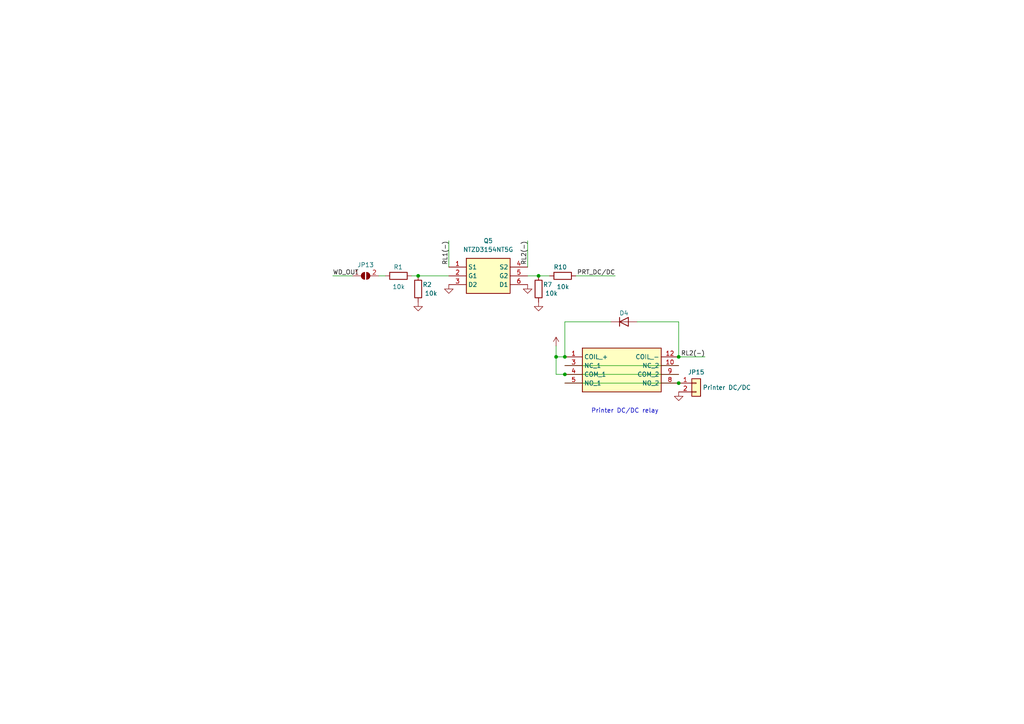
<source format=kicad_sch>
(kicad_sch (version 20231120) (generator "eeschema") (generator_version "8.0")
  (paper "A4")
  (lib_symbols
    (symbol "Connector_Generic:Conn_01x02" (pin_names (offset 1.016) hide)
      (property "Reference" "J" (at 0 2.54 0))
      (property "Value" "Conn_01x02" (at 0 -5.08 0))
      (symbol "Conn_01x02_1_1"
        (rectangle (start -1.27 -2.413) (end 0 -2.667) (stroke (width 0.1524)))
        (rectangle (start -1.27 0.127) (end 0 -0.127) (stroke (width 0.1524)))
        (rectangle (start -1.27 1.27) (end 1.27 -3.81) (stroke (width 0.254)) (fill (type background)))
        (pin passive line (at -5.08 0 0) (length 3.81) (name "Pin_1") (number "1"))
        (pin passive line (at -5.08 -2.54 0) (length 3.81) (name "Pin_2") (number "2"))
      )
    )
    (symbol "Device:D" (pin_numbers hide) (pin_names (offset 1.016) hide)
      (property "Reference" "D" (at 0 2.54 0))
      (property "Value" "D" (at 0 -2.54 0))
      (symbol "D_0_1"
        (polyline (pts (xy -1.27 1.27) (xy -1.27 -1.27)) (stroke (width 0.254)))
        (polyline (pts (xy 1.27 0) (xy -1.27 0)))
        (polyline (pts (xy 1.27 1.27) (xy 1.27 -1.27) (xy -1.27 0) (xy 1.27 1.27)) (stroke (width 0.254)))
      )
      (symbol "D_1_1"
        (pin passive line (at -3.81 0 0) (length 2.54) (name "K") (number "1"))
        (pin passive line (at 3.81 0 180) (length 2.54) (name "A") (number "2"))
      )
    )
    (symbol "Device:R" (pin_numbers hide) (pin_names (offset 0))
      (property "Reference" "R" (at 2.032 0 90))
      (property "Value" "R" (at 0 0 90))
      (symbol "R_0_1"
        (rectangle (start -1.016 -2.54) (end 1.016 2.54) (stroke (width 0.254)))
      )
      (symbol "R_1_1"
        (pin passive line (at 0 3.81 270) (length 1.27) (name "~") (number "1"))
        (pin passive line (at 0 -3.81 90) (length 1.27) (name "~") (number "2"))
      )
    )
    (symbol "Jumper:SolderJumper_2_Open" (pin_names (offset 0) hide)
      (property "Reference" "JP" (at 0 2.032 0))
      (property "Value" "SolderJumper_2_Open" (at 0 -2.54 0))
      (symbol "SolderJumper_2_Open_0_1"
        (arc (start -0.254 1.016) (mid -1.2655 0) (end -0.254 -1.016))
        (arc (start -0.254 1.016) (mid -1.2655 0) (end -0.254 -1.016) (fill (type outline)))
        (polyline (pts (xy -0.254 1.016) (xy -0.254 -1.016)))
        (polyline (pts (xy 0.254 1.016) (xy 0.254 -1.016)))
        (arc (start 0.254 -1.016) (mid 1.2655 0) (end 0.254 1.016))
        (arc (start 0.254 -1.016) (mid 1.2655 0) (end 0.254 1.016) (fill (type outline)))
      )
      (symbol "SolderJumper_2_Open_1_1"
        (pin passive line (at -3.81 0 0) (length 2.54) (name "A") (number "1"))
        (pin passive line (at 3.81 0 180) (length 2.54) (name "B") (number "2"))
      )
    )
    (symbol "NTZD3154:NTZD3154NT5G"
      (property "Value" "NTZD3154NT5G" (at 0 0 0))
      (property "Reference_1" "Q" (at 19.05 7.62 0))
      (property "Value_1" "NTZD3154NT5G" (at 19.05 5.08 0))
      (symbol "NTZD3154NT5G_1_1"
        (rectangle (start 5.08 2.54) (end 17.78 -7.62) (stroke (width 0.254)) (fill (type background)))
        (pin passive line (at 0 0 0) (length 5.08) (name "S1") (number "1"))
        (pin passive line (at 0 -2.54 0) (length 5.08) (name "G1") (number "2"))
        (pin passive line (at 0 -5.08 0) (length 5.08) (name "D2") (number "3"))
        (pin passive line (at 22.86 0 180) (length 5.08) (name "S2") (number "4"))
        (pin passive line (at 22.86 -2.54 180) (length 5.08) (name "G2") (number "5"))
        (pin passive line (at 22.86 -5.08 180) (length 5.08) (name "D1") (number "6"))
      )
    )
    (symbol "TX2SA-12V:TX2SA-12V"
      (property "Value" "TX2SA-12V" (at 0 0 0))
      (property "Reference_1" "K" (at 29.21 7.62 0))
      (property "Value_1" "TX2SA-12V" (at 29.21 5.08 0))
      (symbol "TX2SA-12V_1_1"
        (rectangle (start 5.08 2.54) (end 27.94 -10.16) (stroke (width 0.254)) (fill (type background)))
        (pin passive line (at 0 0 0) (length 5.08) (name "COIL_+") (number "1"))
        (pin passive line (at 33.02 -2.54 180) (length 5.08) (name "NC_2") (number "10"))
        (pin passive line (at 33.02 0 180) (length 5.08) (name "COIL_-") (number "12"))
        (pin passive line (at 0 -2.54 0) (length 5.08) (name "NC_1") (number "3"))
        (pin passive line (at 0 -5.08 0) (length 5.08) (name "COM_1") (number "4"))
        (pin passive line (at 0 -7.62 0) (length 5.08) (name "NO_1") (number "5"))
        (pin passive line (at 33.02 -7.62 180) (length 5.08) (name "NO_2") (number "8"))
        (pin passive line (at 33.02 -5.08 180) (length 5.08) (name "COM_2") (number "9"))
      )
    )
    (symbol "power:+12V" (power) (pin_names (offset 0))
      (property "Value" "+12V" (at 0 3.556 0))
      (symbol "+12V_0_1"
        (polyline (pts (xy -0.762 1.27) (xy 0 2.54)))
        (polyline (pts (xy 0 0) (xy 0 2.54)))
        (polyline (pts (xy 0 2.54) (xy 0.762 1.27)))
      )
      (symbol "+12V_1_1"
        (pin power_in line (at 0 0 90) (length 0) hide (name "+12V") (number "1"))
      )
    )
    (symbol "power:GND" (power) (pin_names (offset 0))
      (property "Value" "GND" (at 0 -3.81 0))
      (symbol "GND_0_1"
        (polyline (pts (xy 0 0) (xy 0 -1.27) (xy 1.27 -1.27) (xy 0 -2.54) (xy -1.27 -1.27) (xy 0 -1.27)))
      )
      (symbol "GND_1_1"
        (pin power_in line (at 0 0 270) (length 0) hide (name "GND") (number "1"))
      )
    )
  )
  (junction (at 163.83 108.585))
  (junction (at 196.85 111.125))
  (junction (at 156.21 80.01))
  (junction (at 196.85 103.505))
  (junction (at 121.285 80.01))
  (junction (at 161.29 103.505))
  (junction (at 163.83 103.505))
  (wire (pts (xy 109.855 80.01) (xy 111.76 80.01)))
  (wire (pts (xy 196.85 93.345) (xy 196.85 103.505)))
  (wire (pts (xy 177.165 93.345) (xy 163.83 93.345)))
  (wire (pts (xy 184.785 93.345) (xy 196.85 93.345)))
  (wire (pts (xy 161.29 103.505) (xy 163.83 103.505)))
  (wire (pts (xy 153.035 80.01) (xy 156.21 80.01)))
  (wire (pts (xy 161.29 103.505) (xy 161.29 100.33)))
  (wire (pts (xy 161.29 103.505) (xy 161.29 108.585)))
  (wire (pts (xy 156.21 80.01) (xy 159.385 80.01)))
  (wire (pts (xy 163.83 108.585) (xy 196.85 108.585)))
  (wire (pts (xy 163.83 111.125) (xy 196.85 111.125)))
  (wire (pts (xy 153.035 69.85) (xy 153.035 77.47)))
  (wire (pts (xy 130.175 69.85) (xy 130.175 77.47)))
  (wire (pts (xy 163.83 106.045) (xy 196.85 106.045)))
  (wire (pts (xy 161.29 108.585) (xy 163.83 108.585)))
  (wire (pts (xy 121.285 80.01) (xy 130.175 80.01)))
  (wire (pts (xy 96.52 80.01) (xy 102.235 80.01)))
  (wire (pts (xy 167.005 80.01) (xy 178.435 80.01)))
  (wire (pts (xy 163.83 93.345) (xy 163.83 103.505)))
  (wire (pts (xy 196.85 103.505) (xy 204.47 103.505)))
  (wire (pts (xy 119.38 80.01) (xy 121.285 80.01)))
  (text "Printer DC/DC relay" (at 171.45 120.015 0) (effects (font (size 1.27 1.27)) (justify left bottom)))
  (label "RL2(-)" (at 153.035 69.85 270))
  (label "WD_OUT" (at 96.52 80.01 0))
  (label "PRT_DC{slash}DC" (at 178.435 80.01 180))
  (label "RL2(-)" (at 204.47 103.505 180))
  (label "RL1(-)" (at 130.175 69.85 270))
  (symbol (lib_id "power:GND") (at 153.035 82.55 0) (unit 1)
    (property "Reference" "#PWR016" (effects (hide yes)))
    (property "Value" "GND" (effects (hide yes)))
  )
  (symbol (lib_id "power:GND") (at 121.285 87.63 0) (unit 1)
    (property "Reference" "#PWR09" (effects (hide yes)))
    (property "Value" "GND" (effects (hide yes)))
  )
  (symbol (lib_id "Device:R") (at 115.57 80.01 90) (unit 1)
    (property "Reference" "R1" (at 116.84 77.47 90) (effects (justify left)))
    (property "Value" "10k" (at 117.475 83.185 90) (effects (justify left)))
    (property "Footprint" "Resistor_SMD:R_0603_1608Metric" (effects (hide yes)))
  )
  (symbol (lib_id "Jumper:SolderJumper_2_Open") (at 106.045 80.01 0) (unit 1)
    (property "Reference" "JP13" (at 106.045 76.835 0))
    (property "Value" "SolderJumper_2_Open" (effects (hide yes)))
    (property "Footprint" "Jumper:SolderJumper-2_P1.3mm_Open_RoundedPad1.0x1.5mm" (effects (hide yes)))
  )
  (symbol (lib_id "power:GND") (at 156.21 87.63 0) (unit 1)
    (property "Reference" "#PWR017" (effects (hide yes)))
    (property "Value" "GND" (effects (hide yes)))
  )
  (symbol (lib_id "NTZD3154:NTZD3154NT5G") (at 130.175 77.47 0) (unit 1)
    (property "Reference" "Q5" (at 141.605 69.85 0))
    (property "Value" "NTZD3154NT5G" (at 141.605 72.39 0))
    (property "Footprint" "libs:SOTFL50P160X60-6N" (effects (hide yes)))
    (property "Reference_1" "Q" (effects (hide yes)))
    (property "Value_1" "NTZD3154NT5G" (effects (hide yes)))
    (property "Footprint_1" "SOTFL50P160X60-6N" (effects (hide yes)))
    (property "Datasheet_1" "https://www.arrow.com/en/products/ntzd3154nt5g/on-semiconductor" (effects (hide yes)))
    (property "Height" "0.6" (effects (hide yes)))
    (property "Manufacturer_Name" "onsemi" (effects (hide yes)))
    (property "Manufacturer_Part_Number" "NTZD3154NT5G" (effects (hide yes)))
    (property "Mouser Part Number" "863-NTZD3154NT5G" (effects (hide yes)))
    (property "Mouser Price/Stock" "https://www.mouser.co.uk/ProductDetail/onsemi/NTZD3154NT5G?qs=ZXBb0xZ9WeAxBrpiY42VYg%3D%3D" (effects (hide yes)))
    (property "Arrow Part Number" "NTZD3154NT5G" (effects (hide yes)))
    (property "Arrow Price/Stock" "https://www.arrow.com/en/products/ntzd3154nt5g/on-semiconductor?region=nac" (effects (hide yes)))
  )
  (symbol (lib_id "Device:R") (at 163.195 80.01 90) (unit 1)
    (property "Reference" "R10" (at 164.465 77.47 90) (effects (justify left)))
    (property "Value" "10k" (at 165.1 83.185 90) (effects (justify left)))
    (property "Footprint" "Resistor_SMD:R_0603_1608Metric" (effects (hide yes)))
  )
  (symbol (lib_id "power:+12V") (at 161.29 100.33 0) (unit 1)
    (property "Reference" "#PWR018" (effects (hide yes)))
    (property "Value" "+12V" (effects (hide yes)))
  )
  (symbol (lib_id "power:GND") (at 130.175 82.55 0) (unit 1)
    (property "Reference" "#PWR011" (effects (hide yes)))
    (property "Value" "GND" (effects (hide yes)))
  )
  (symbol (lib_id "Device:D") (at 180.975 93.345 0) (unit 1)
    (property "Reference" "D4" (at 180.975 90.805 0))
    (property "Value" "1n4148W" (effects (hide yes)))
    (property "Footprint" "Diode_SMD:D_SOD-123" (effects (hide yes)))
  )
  (symbol (lib_id "Device:R") (at 121.285 83.82 0) (unit 1)
    (property "Reference" "R2" (at 122.555 82.55 0) (effects (justify left)))
    (property "Value" "10k" (at 123.19 85.09 0) (effects (justify left)))
    (property "Footprint" "Resistor_SMD:R_0603_1608Metric" (effects (hide yes)))
  )
  (symbol (lib_id "Device:R") (at 156.21 83.82 0) (unit 1)
    (property "Reference" "R7" (at 157.48 82.55 0) (effects (justify left)))
    (property "Value" "10k" (at 158.115 85.09 0) (effects (justify left)))
    (property "Footprint" "Resistor_SMD:R_0603_1608Metric" (effects (hide yes)))
  )
  (symbol (lib_id "Connector_Generic:Conn_01x02") (at 201.93 111.125 0) (unit 1)
    (property "Reference" "JP15" (at 201.93 107.95 0))
    (property "Value" "Printer DC/DC" (at 210.82 112.395 0))
    (property "Footprint" "libs:MOLEX_1053131202" (effects (hide yes)))
  )
  (symbol (lib_id "TX2SA-12V:TX2SA-12V") (at 163.83 103.505 0) (unit 1)
    (property "Reference" "RL2" (effects (hide yes)))
    (property "Value" "TX2SA-12V" (effects (hide yes)))
    (property "Footprint" "libs:TX2SA12V" (effects (hide yes)))
    (property "Reference_1" "K" (effects (hide yes)))
    (property "Value_1" "TX2SA-12V" (effects (hide yes)))
    (property "Footprint_1" "TX2SA12V" (effects (hide yes)))
    (property "Datasheet_1" "http://www.mouser.com/datasheet/2/315/mech_eng_tx-1075670.pdf" (effects (hide yes)))
    (property "Height" "8.2" (effects (hide yes)))
    (property "Manufacturer_Name" "Panasonic" (effects (hide yes)))
    (property "Manufacturer_Part_Number" "TX2SA-12V" (effects (hide yes)))
    (property "Mouser Part Number" "769-TX2SA-12V" (effects (hide yes)))
    (property "Mouser Price/Stock" "https://www.mouser.co.uk/ProductDetail/Panasonic-Industrial-Devices/TX2SA-12V?qs=HLLy2pIPwuuBcCVwky7PWw%3D%3D" (effects (hide yes)))
    (property "Arrow Part Number" "TX2SA-12V" (effects (hide yes)))
    (property "Arrow Price/Stock" "https://www.arrow.com/en/products/tx2sa-12v/panasonic?region=nac" (effects (hide yes)))
  )
  (symbol (lib_id "power:GND") (at 196.85 113.665 0) (unit 1)
    (property "Reference" "#PWR028" (effects (hide yes)))
    (property "Value" "GND" (effects (hide yes)))
  )
)
</source>
